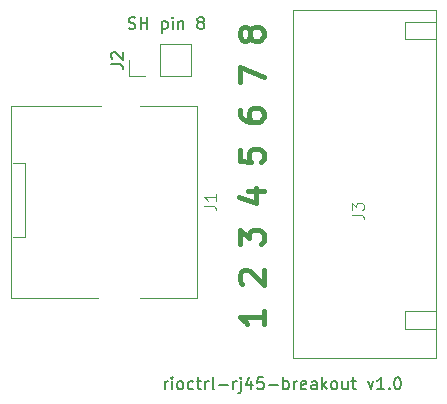
<source format=gto>
G04 #@! TF.GenerationSoftware,KiCad,Pcbnew,8.0.5*
G04 #@! TF.CreationDate,2024-09-25T12:16:00+03:00*
G04 #@! TF.ProjectId,rj45-screw-terminals,726a3435-2d73-4637-9265-772d7465726d,rev?*
G04 #@! TF.SameCoordinates,Original*
G04 #@! TF.FileFunction,Legend,Top*
G04 #@! TF.FilePolarity,Positive*
%FSLAX46Y46*%
G04 Gerber Fmt 4.6, Leading zero omitted, Abs format (unit mm)*
G04 Created by KiCad (PCBNEW 8.0.5) date 2024-09-25 12:16:00*
%MOMM*%
%LPD*%
G01*
G04 APERTURE LIST*
%ADD10C,0.200000*%
%ADD11C,0.400000*%
%ADD12C,0.100000*%
%ADD13C,0.150000*%
%ADD14C,0.120000*%
G04 APERTURE END LIST*
D10*
X76072054Y-93319600D02*
X76214911Y-93367219D01*
X76214911Y-93367219D02*
X76453006Y-93367219D01*
X76453006Y-93367219D02*
X76548244Y-93319600D01*
X76548244Y-93319600D02*
X76595863Y-93271980D01*
X76595863Y-93271980D02*
X76643482Y-93176742D01*
X76643482Y-93176742D02*
X76643482Y-93081504D01*
X76643482Y-93081504D02*
X76595863Y-92986266D01*
X76595863Y-92986266D02*
X76548244Y-92938647D01*
X76548244Y-92938647D02*
X76453006Y-92891028D01*
X76453006Y-92891028D02*
X76262530Y-92843409D01*
X76262530Y-92843409D02*
X76167292Y-92795790D01*
X76167292Y-92795790D02*
X76119673Y-92748171D01*
X76119673Y-92748171D02*
X76072054Y-92652933D01*
X76072054Y-92652933D02*
X76072054Y-92557695D01*
X76072054Y-92557695D02*
X76119673Y-92462457D01*
X76119673Y-92462457D02*
X76167292Y-92414838D01*
X76167292Y-92414838D02*
X76262530Y-92367219D01*
X76262530Y-92367219D02*
X76500625Y-92367219D01*
X76500625Y-92367219D02*
X76643482Y-92414838D01*
X77072054Y-93367219D02*
X77072054Y-92367219D01*
X77072054Y-92843409D02*
X77643482Y-92843409D01*
X77643482Y-93367219D02*
X77643482Y-92367219D01*
X78881578Y-92700552D02*
X78881578Y-93700552D01*
X78881578Y-92748171D02*
X78976816Y-92700552D01*
X78976816Y-92700552D02*
X79167292Y-92700552D01*
X79167292Y-92700552D02*
X79262530Y-92748171D01*
X79262530Y-92748171D02*
X79310149Y-92795790D01*
X79310149Y-92795790D02*
X79357768Y-92891028D01*
X79357768Y-92891028D02*
X79357768Y-93176742D01*
X79357768Y-93176742D02*
X79310149Y-93271980D01*
X79310149Y-93271980D02*
X79262530Y-93319600D01*
X79262530Y-93319600D02*
X79167292Y-93367219D01*
X79167292Y-93367219D02*
X78976816Y-93367219D01*
X78976816Y-93367219D02*
X78881578Y-93319600D01*
X79786340Y-93367219D02*
X79786340Y-92700552D01*
X79786340Y-92367219D02*
X79738721Y-92414838D01*
X79738721Y-92414838D02*
X79786340Y-92462457D01*
X79786340Y-92462457D02*
X79833959Y-92414838D01*
X79833959Y-92414838D02*
X79786340Y-92367219D01*
X79786340Y-92367219D02*
X79786340Y-92462457D01*
X80262530Y-92700552D02*
X80262530Y-93367219D01*
X80262530Y-92795790D02*
X80310149Y-92748171D01*
X80310149Y-92748171D02*
X80405387Y-92700552D01*
X80405387Y-92700552D02*
X80548244Y-92700552D01*
X80548244Y-92700552D02*
X80643482Y-92748171D01*
X80643482Y-92748171D02*
X80691101Y-92843409D01*
X80691101Y-92843409D02*
X80691101Y-93367219D01*
X82072054Y-92795790D02*
X81976816Y-92748171D01*
X81976816Y-92748171D02*
X81929197Y-92700552D01*
X81929197Y-92700552D02*
X81881578Y-92605314D01*
X81881578Y-92605314D02*
X81881578Y-92557695D01*
X81881578Y-92557695D02*
X81929197Y-92462457D01*
X81929197Y-92462457D02*
X81976816Y-92414838D01*
X81976816Y-92414838D02*
X82072054Y-92367219D01*
X82072054Y-92367219D02*
X82262530Y-92367219D01*
X82262530Y-92367219D02*
X82357768Y-92414838D01*
X82357768Y-92414838D02*
X82405387Y-92462457D01*
X82405387Y-92462457D02*
X82453006Y-92557695D01*
X82453006Y-92557695D02*
X82453006Y-92605314D01*
X82453006Y-92605314D02*
X82405387Y-92700552D01*
X82405387Y-92700552D02*
X82357768Y-92748171D01*
X82357768Y-92748171D02*
X82262530Y-92795790D01*
X82262530Y-92795790D02*
X82072054Y-92795790D01*
X82072054Y-92795790D02*
X81976816Y-92843409D01*
X81976816Y-92843409D02*
X81929197Y-92891028D01*
X81929197Y-92891028D02*
X81881578Y-92986266D01*
X81881578Y-92986266D02*
X81881578Y-93176742D01*
X81881578Y-93176742D02*
X81929197Y-93271980D01*
X81929197Y-93271980D02*
X81976816Y-93319600D01*
X81976816Y-93319600D02*
X82072054Y-93367219D01*
X82072054Y-93367219D02*
X82262530Y-93367219D01*
X82262530Y-93367219D02*
X82357768Y-93319600D01*
X82357768Y-93319600D02*
X82405387Y-93271980D01*
X82405387Y-93271980D02*
X82453006Y-93176742D01*
X82453006Y-93176742D02*
X82453006Y-92986266D01*
X82453006Y-92986266D02*
X82405387Y-92891028D01*
X82405387Y-92891028D02*
X82357768Y-92843409D01*
X82357768Y-92843409D02*
X82262530Y-92795790D01*
D11*
X87484438Y-117213033D02*
X87484438Y-118355890D01*
X87484438Y-117784462D02*
X85484438Y-117784462D01*
X85484438Y-117784462D02*
X85770152Y-117974938D01*
X85770152Y-117974938D02*
X85960628Y-118165414D01*
X85960628Y-118165414D02*
X86055866Y-118355890D01*
X85674914Y-114927318D02*
X85579676Y-114832080D01*
X85579676Y-114832080D02*
X85484438Y-114641604D01*
X85484438Y-114641604D02*
X85484438Y-114165413D01*
X85484438Y-114165413D02*
X85579676Y-113974937D01*
X85579676Y-113974937D02*
X85674914Y-113879699D01*
X85674914Y-113879699D02*
X85865390Y-113784461D01*
X85865390Y-113784461D02*
X86055866Y-113784461D01*
X86055866Y-113784461D02*
X86341580Y-113879699D01*
X86341580Y-113879699D02*
X87484438Y-115022556D01*
X87484438Y-115022556D02*
X87484438Y-113784461D01*
X85484438Y-111593984D02*
X85484438Y-110355889D01*
X85484438Y-110355889D02*
X86246342Y-111022556D01*
X86246342Y-111022556D02*
X86246342Y-110736841D01*
X86246342Y-110736841D02*
X86341580Y-110546365D01*
X86341580Y-110546365D02*
X86436819Y-110451127D01*
X86436819Y-110451127D02*
X86627295Y-110355889D01*
X86627295Y-110355889D02*
X87103485Y-110355889D01*
X87103485Y-110355889D02*
X87293961Y-110451127D01*
X87293961Y-110451127D02*
X87389200Y-110546365D01*
X87389200Y-110546365D02*
X87484438Y-110736841D01*
X87484438Y-110736841D02*
X87484438Y-111308270D01*
X87484438Y-111308270D02*
X87389200Y-111498746D01*
X87389200Y-111498746D02*
X87293961Y-111593984D01*
X86151104Y-107117793D02*
X87484438Y-107117793D01*
X85389200Y-107593984D02*
X86817771Y-108070174D01*
X86817771Y-108070174D02*
X86817771Y-106832079D01*
X85484438Y-103593983D02*
X85484438Y-104546364D01*
X85484438Y-104546364D02*
X86436819Y-104641602D01*
X86436819Y-104641602D02*
X86341580Y-104546364D01*
X86341580Y-104546364D02*
X86246342Y-104355888D01*
X86246342Y-104355888D02*
X86246342Y-103879697D01*
X86246342Y-103879697D02*
X86341580Y-103689221D01*
X86341580Y-103689221D02*
X86436819Y-103593983D01*
X86436819Y-103593983D02*
X86627295Y-103498745D01*
X86627295Y-103498745D02*
X87103485Y-103498745D01*
X87103485Y-103498745D02*
X87293961Y-103593983D01*
X87293961Y-103593983D02*
X87389200Y-103689221D01*
X87389200Y-103689221D02*
X87484438Y-103879697D01*
X87484438Y-103879697D02*
X87484438Y-104355888D01*
X87484438Y-104355888D02*
X87389200Y-104546364D01*
X87389200Y-104546364D02*
X87293961Y-104641602D01*
X85484438Y-100260649D02*
X85484438Y-100641602D01*
X85484438Y-100641602D02*
X85579676Y-100832078D01*
X85579676Y-100832078D02*
X85674914Y-100927316D01*
X85674914Y-100927316D02*
X85960628Y-101117792D01*
X85960628Y-101117792D02*
X86341580Y-101213030D01*
X86341580Y-101213030D02*
X87103485Y-101213030D01*
X87103485Y-101213030D02*
X87293961Y-101117792D01*
X87293961Y-101117792D02*
X87389200Y-101022554D01*
X87389200Y-101022554D02*
X87484438Y-100832078D01*
X87484438Y-100832078D02*
X87484438Y-100451125D01*
X87484438Y-100451125D02*
X87389200Y-100260649D01*
X87389200Y-100260649D02*
X87293961Y-100165411D01*
X87293961Y-100165411D02*
X87103485Y-100070173D01*
X87103485Y-100070173D02*
X86627295Y-100070173D01*
X86627295Y-100070173D02*
X86436819Y-100165411D01*
X86436819Y-100165411D02*
X86341580Y-100260649D01*
X86341580Y-100260649D02*
X86246342Y-100451125D01*
X86246342Y-100451125D02*
X86246342Y-100832078D01*
X86246342Y-100832078D02*
X86341580Y-101022554D01*
X86341580Y-101022554D02*
X86436819Y-101117792D01*
X86436819Y-101117792D02*
X86627295Y-101213030D01*
X85484438Y-97879696D02*
X85484438Y-96546363D01*
X85484438Y-96546363D02*
X87484438Y-97403506D01*
X86341580Y-93974934D02*
X86246342Y-94165410D01*
X86246342Y-94165410D02*
X86151104Y-94260648D01*
X86151104Y-94260648D02*
X85960628Y-94355886D01*
X85960628Y-94355886D02*
X85865390Y-94355886D01*
X85865390Y-94355886D02*
X85674914Y-94260648D01*
X85674914Y-94260648D02*
X85579676Y-94165410D01*
X85579676Y-94165410D02*
X85484438Y-93974934D01*
X85484438Y-93974934D02*
X85484438Y-93593981D01*
X85484438Y-93593981D02*
X85579676Y-93403505D01*
X85579676Y-93403505D02*
X85674914Y-93308267D01*
X85674914Y-93308267D02*
X85865390Y-93213029D01*
X85865390Y-93213029D02*
X85960628Y-93213029D01*
X85960628Y-93213029D02*
X86151104Y-93308267D01*
X86151104Y-93308267D02*
X86246342Y-93403505D01*
X86246342Y-93403505D02*
X86341580Y-93593981D01*
X86341580Y-93593981D02*
X86341580Y-93974934D01*
X86341580Y-93974934D02*
X86436819Y-94165410D01*
X86436819Y-94165410D02*
X86532057Y-94260648D01*
X86532057Y-94260648D02*
X86722533Y-94355886D01*
X86722533Y-94355886D02*
X87103485Y-94355886D01*
X87103485Y-94355886D02*
X87293961Y-94260648D01*
X87293961Y-94260648D02*
X87389200Y-94165410D01*
X87389200Y-94165410D02*
X87484438Y-93974934D01*
X87484438Y-93974934D02*
X87484438Y-93593981D01*
X87484438Y-93593981D02*
X87389200Y-93403505D01*
X87389200Y-93403505D02*
X87293961Y-93308267D01*
X87293961Y-93308267D02*
X87103485Y-93213029D01*
X87103485Y-93213029D02*
X86722533Y-93213029D01*
X86722533Y-93213029D02*
X86532057Y-93308267D01*
X86532057Y-93308267D02*
X86436819Y-93403505D01*
X86436819Y-93403505D02*
X86341580Y-93593981D01*
D10*
X79119673Y-123867219D02*
X79119673Y-123200552D01*
X79119673Y-123391028D02*
X79167292Y-123295790D01*
X79167292Y-123295790D02*
X79214911Y-123248171D01*
X79214911Y-123248171D02*
X79310149Y-123200552D01*
X79310149Y-123200552D02*
X79405387Y-123200552D01*
X79738721Y-123867219D02*
X79738721Y-123200552D01*
X79738721Y-122867219D02*
X79691102Y-122914838D01*
X79691102Y-122914838D02*
X79738721Y-122962457D01*
X79738721Y-122962457D02*
X79786340Y-122914838D01*
X79786340Y-122914838D02*
X79738721Y-122867219D01*
X79738721Y-122867219D02*
X79738721Y-122962457D01*
X80357768Y-123867219D02*
X80262530Y-123819600D01*
X80262530Y-123819600D02*
X80214911Y-123771980D01*
X80214911Y-123771980D02*
X80167292Y-123676742D01*
X80167292Y-123676742D02*
X80167292Y-123391028D01*
X80167292Y-123391028D02*
X80214911Y-123295790D01*
X80214911Y-123295790D02*
X80262530Y-123248171D01*
X80262530Y-123248171D02*
X80357768Y-123200552D01*
X80357768Y-123200552D02*
X80500625Y-123200552D01*
X80500625Y-123200552D02*
X80595863Y-123248171D01*
X80595863Y-123248171D02*
X80643482Y-123295790D01*
X80643482Y-123295790D02*
X80691101Y-123391028D01*
X80691101Y-123391028D02*
X80691101Y-123676742D01*
X80691101Y-123676742D02*
X80643482Y-123771980D01*
X80643482Y-123771980D02*
X80595863Y-123819600D01*
X80595863Y-123819600D02*
X80500625Y-123867219D01*
X80500625Y-123867219D02*
X80357768Y-123867219D01*
X81548244Y-123819600D02*
X81453006Y-123867219D01*
X81453006Y-123867219D02*
X81262530Y-123867219D01*
X81262530Y-123867219D02*
X81167292Y-123819600D01*
X81167292Y-123819600D02*
X81119673Y-123771980D01*
X81119673Y-123771980D02*
X81072054Y-123676742D01*
X81072054Y-123676742D02*
X81072054Y-123391028D01*
X81072054Y-123391028D02*
X81119673Y-123295790D01*
X81119673Y-123295790D02*
X81167292Y-123248171D01*
X81167292Y-123248171D02*
X81262530Y-123200552D01*
X81262530Y-123200552D02*
X81453006Y-123200552D01*
X81453006Y-123200552D02*
X81548244Y-123248171D01*
X81833959Y-123200552D02*
X82214911Y-123200552D01*
X81976816Y-122867219D02*
X81976816Y-123724361D01*
X81976816Y-123724361D02*
X82024435Y-123819600D01*
X82024435Y-123819600D02*
X82119673Y-123867219D01*
X82119673Y-123867219D02*
X82214911Y-123867219D01*
X82548245Y-123867219D02*
X82548245Y-123200552D01*
X82548245Y-123391028D02*
X82595864Y-123295790D01*
X82595864Y-123295790D02*
X82643483Y-123248171D01*
X82643483Y-123248171D02*
X82738721Y-123200552D01*
X82738721Y-123200552D02*
X82833959Y-123200552D01*
X83310150Y-123867219D02*
X83214912Y-123819600D01*
X83214912Y-123819600D02*
X83167293Y-123724361D01*
X83167293Y-123724361D02*
X83167293Y-122867219D01*
X83691103Y-123486266D02*
X84453008Y-123486266D01*
X84929198Y-123867219D02*
X84929198Y-123200552D01*
X84929198Y-123391028D02*
X84976817Y-123295790D01*
X84976817Y-123295790D02*
X85024436Y-123248171D01*
X85024436Y-123248171D02*
X85119674Y-123200552D01*
X85119674Y-123200552D02*
X85214912Y-123200552D01*
X85548246Y-123200552D02*
X85548246Y-124057695D01*
X85548246Y-124057695D02*
X85500627Y-124152933D01*
X85500627Y-124152933D02*
X85405389Y-124200552D01*
X85405389Y-124200552D02*
X85357770Y-124200552D01*
X85548246Y-122867219D02*
X85500627Y-122914838D01*
X85500627Y-122914838D02*
X85548246Y-122962457D01*
X85548246Y-122962457D02*
X85595865Y-122914838D01*
X85595865Y-122914838D02*
X85548246Y-122867219D01*
X85548246Y-122867219D02*
X85548246Y-122962457D01*
X86453007Y-123200552D02*
X86453007Y-123867219D01*
X86214912Y-122819600D02*
X85976817Y-123533885D01*
X85976817Y-123533885D02*
X86595864Y-123533885D01*
X87453007Y-122867219D02*
X86976817Y-122867219D01*
X86976817Y-122867219D02*
X86929198Y-123343409D01*
X86929198Y-123343409D02*
X86976817Y-123295790D01*
X86976817Y-123295790D02*
X87072055Y-123248171D01*
X87072055Y-123248171D02*
X87310150Y-123248171D01*
X87310150Y-123248171D02*
X87405388Y-123295790D01*
X87405388Y-123295790D02*
X87453007Y-123343409D01*
X87453007Y-123343409D02*
X87500626Y-123438647D01*
X87500626Y-123438647D02*
X87500626Y-123676742D01*
X87500626Y-123676742D02*
X87453007Y-123771980D01*
X87453007Y-123771980D02*
X87405388Y-123819600D01*
X87405388Y-123819600D02*
X87310150Y-123867219D01*
X87310150Y-123867219D02*
X87072055Y-123867219D01*
X87072055Y-123867219D02*
X86976817Y-123819600D01*
X86976817Y-123819600D02*
X86929198Y-123771980D01*
X87929198Y-123486266D02*
X88691103Y-123486266D01*
X89167293Y-123867219D02*
X89167293Y-122867219D01*
X89167293Y-123248171D02*
X89262531Y-123200552D01*
X89262531Y-123200552D02*
X89453007Y-123200552D01*
X89453007Y-123200552D02*
X89548245Y-123248171D01*
X89548245Y-123248171D02*
X89595864Y-123295790D01*
X89595864Y-123295790D02*
X89643483Y-123391028D01*
X89643483Y-123391028D02*
X89643483Y-123676742D01*
X89643483Y-123676742D02*
X89595864Y-123771980D01*
X89595864Y-123771980D02*
X89548245Y-123819600D01*
X89548245Y-123819600D02*
X89453007Y-123867219D01*
X89453007Y-123867219D02*
X89262531Y-123867219D01*
X89262531Y-123867219D02*
X89167293Y-123819600D01*
X90072055Y-123867219D02*
X90072055Y-123200552D01*
X90072055Y-123391028D02*
X90119674Y-123295790D01*
X90119674Y-123295790D02*
X90167293Y-123248171D01*
X90167293Y-123248171D02*
X90262531Y-123200552D01*
X90262531Y-123200552D02*
X90357769Y-123200552D01*
X91072055Y-123819600D02*
X90976817Y-123867219D01*
X90976817Y-123867219D02*
X90786341Y-123867219D01*
X90786341Y-123867219D02*
X90691103Y-123819600D01*
X90691103Y-123819600D02*
X90643484Y-123724361D01*
X90643484Y-123724361D02*
X90643484Y-123343409D01*
X90643484Y-123343409D02*
X90691103Y-123248171D01*
X90691103Y-123248171D02*
X90786341Y-123200552D01*
X90786341Y-123200552D02*
X90976817Y-123200552D01*
X90976817Y-123200552D02*
X91072055Y-123248171D01*
X91072055Y-123248171D02*
X91119674Y-123343409D01*
X91119674Y-123343409D02*
X91119674Y-123438647D01*
X91119674Y-123438647D02*
X90643484Y-123533885D01*
X91976817Y-123867219D02*
X91976817Y-123343409D01*
X91976817Y-123343409D02*
X91929198Y-123248171D01*
X91929198Y-123248171D02*
X91833960Y-123200552D01*
X91833960Y-123200552D02*
X91643484Y-123200552D01*
X91643484Y-123200552D02*
X91548246Y-123248171D01*
X91976817Y-123819600D02*
X91881579Y-123867219D01*
X91881579Y-123867219D02*
X91643484Y-123867219D01*
X91643484Y-123867219D02*
X91548246Y-123819600D01*
X91548246Y-123819600D02*
X91500627Y-123724361D01*
X91500627Y-123724361D02*
X91500627Y-123629123D01*
X91500627Y-123629123D02*
X91548246Y-123533885D01*
X91548246Y-123533885D02*
X91643484Y-123486266D01*
X91643484Y-123486266D02*
X91881579Y-123486266D01*
X91881579Y-123486266D02*
X91976817Y-123438647D01*
X92453008Y-123867219D02*
X92453008Y-122867219D01*
X92548246Y-123486266D02*
X92833960Y-123867219D01*
X92833960Y-123200552D02*
X92453008Y-123581504D01*
X93405389Y-123867219D02*
X93310151Y-123819600D01*
X93310151Y-123819600D02*
X93262532Y-123771980D01*
X93262532Y-123771980D02*
X93214913Y-123676742D01*
X93214913Y-123676742D02*
X93214913Y-123391028D01*
X93214913Y-123391028D02*
X93262532Y-123295790D01*
X93262532Y-123295790D02*
X93310151Y-123248171D01*
X93310151Y-123248171D02*
X93405389Y-123200552D01*
X93405389Y-123200552D02*
X93548246Y-123200552D01*
X93548246Y-123200552D02*
X93643484Y-123248171D01*
X93643484Y-123248171D02*
X93691103Y-123295790D01*
X93691103Y-123295790D02*
X93738722Y-123391028D01*
X93738722Y-123391028D02*
X93738722Y-123676742D01*
X93738722Y-123676742D02*
X93691103Y-123771980D01*
X93691103Y-123771980D02*
X93643484Y-123819600D01*
X93643484Y-123819600D02*
X93548246Y-123867219D01*
X93548246Y-123867219D02*
X93405389Y-123867219D01*
X94595865Y-123200552D02*
X94595865Y-123867219D01*
X94167294Y-123200552D02*
X94167294Y-123724361D01*
X94167294Y-123724361D02*
X94214913Y-123819600D01*
X94214913Y-123819600D02*
X94310151Y-123867219D01*
X94310151Y-123867219D02*
X94453008Y-123867219D01*
X94453008Y-123867219D02*
X94548246Y-123819600D01*
X94548246Y-123819600D02*
X94595865Y-123771980D01*
X94929199Y-123200552D02*
X95310151Y-123200552D01*
X95072056Y-122867219D02*
X95072056Y-123724361D01*
X95072056Y-123724361D02*
X95119675Y-123819600D01*
X95119675Y-123819600D02*
X95214913Y-123867219D01*
X95214913Y-123867219D02*
X95310151Y-123867219D01*
X96310152Y-123200552D02*
X96548247Y-123867219D01*
X96548247Y-123867219D02*
X96786342Y-123200552D01*
X97691104Y-123867219D02*
X97119676Y-123867219D01*
X97405390Y-123867219D02*
X97405390Y-122867219D01*
X97405390Y-122867219D02*
X97310152Y-123010076D01*
X97310152Y-123010076D02*
X97214914Y-123105314D01*
X97214914Y-123105314D02*
X97119676Y-123152933D01*
X98119676Y-123771980D02*
X98167295Y-123819600D01*
X98167295Y-123819600D02*
X98119676Y-123867219D01*
X98119676Y-123867219D02*
X98072057Y-123819600D01*
X98072057Y-123819600D02*
X98119676Y-123771980D01*
X98119676Y-123771980D02*
X98119676Y-123867219D01*
X98786342Y-122867219D02*
X98881580Y-122867219D01*
X98881580Y-122867219D02*
X98976818Y-122914838D01*
X98976818Y-122914838D02*
X99024437Y-122962457D01*
X99024437Y-122962457D02*
X99072056Y-123057695D01*
X99072056Y-123057695D02*
X99119675Y-123248171D01*
X99119675Y-123248171D02*
X99119675Y-123486266D01*
X99119675Y-123486266D02*
X99072056Y-123676742D01*
X99072056Y-123676742D02*
X99024437Y-123771980D01*
X99024437Y-123771980D02*
X98976818Y-123819600D01*
X98976818Y-123819600D02*
X98881580Y-123867219D01*
X98881580Y-123867219D02*
X98786342Y-123867219D01*
X98786342Y-123867219D02*
X98691104Y-123819600D01*
X98691104Y-123819600D02*
X98643485Y-123771980D01*
X98643485Y-123771980D02*
X98595866Y-123676742D01*
X98595866Y-123676742D02*
X98548247Y-123486266D01*
X98548247Y-123486266D02*
X98548247Y-123248171D01*
X98548247Y-123248171D02*
X98595866Y-123057695D01*
X98595866Y-123057695D02*
X98643485Y-122962457D01*
X98643485Y-122962457D02*
X98691104Y-122914838D01*
X98691104Y-122914838D02*
X98786342Y-122867219D01*
D12*
X82457419Y-108333333D02*
X83171704Y-108333333D01*
X83171704Y-108333333D02*
X83314561Y-108380952D01*
X83314561Y-108380952D02*
X83409800Y-108476190D01*
X83409800Y-108476190D02*
X83457419Y-108619047D01*
X83457419Y-108619047D02*
X83457419Y-108714285D01*
X83457419Y-107333333D02*
X83457419Y-107904761D01*
X83457419Y-107619047D02*
X82457419Y-107619047D01*
X82457419Y-107619047D02*
X82600276Y-107714285D01*
X82600276Y-107714285D02*
X82695514Y-107809523D01*
X82695514Y-107809523D02*
X82743133Y-107904761D01*
D13*
X74584819Y-96333333D02*
X75299104Y-96333333D01*
X75299104Y-96333333D02*
X75441961Y-96380952D01*
X75441961Y-96380952D02*
X75537200Y-96476190D01*
X75537200Y-96476190D02*
X75584819Y-96619047D01*
X75584819Y-96619047D02*
X75584819Y-96714285D01*
X74680057Y-95904761D02*
X74632438Y-95857142D01*
X74632438Y-95857142D02*
X74584819Y-95761904D01*
X74584819Y-95761904D02*
X74584819Y-95523809D01*
X74584819Y-95523809D02*
X74632438Y-95428571D01*
X74632438Y-95428571D02*
X74680057Y-95380952D01*
X74680057Y-95380952D02*
X74775295Y-95333333D01*
X74775295Y-95333333D02*
X74870533Y-95333333D01*
X74870533Y-95333333D02*
X75013390Y-95380952D01*
X75013390Y-95380952D02*
X75584819Y-95952380D01*
X75584819Y-95952380D02*
X75584819Y-95333333D01*
D12*
X94957419Y-109083333D02*
X95671704Y-109083333D01*
X95671704Y-109083333D02*
X95814561Y-109130952D01*
X95814561Y-109130952D02*
X95909800Y-109226190D01*
X95909800Y-109226190D02*
X95957419Y-109369047D01*
X95957419Y-109369047D02*
X95957419Y-109464285D01*
X94957419Y-108702380D02*
X94957419Y-108083333D01*
X94957419Y-108083333D02*
X95338371Y-108416666D01*
X95338371Y-108416666D02*
X95338371Y-108273809D01*
X95338371Y-108273809D02*
X95385990Y-108178571D01*
X95385990Y-108178571D02*
X95433609Y-108130952D01*
X95433609Y-108130952D02*
X95528847Y-108083333D01*
X95528847Y-108083333D02*
X95766942Y-108083333D01*
X95766942Y-108083333D02*
X95862180Y-108130952D01*
X95862180Y-108130952D02*
X95909800Y-108178571D01*
X95909800Y-108178571D02*
X95957419Y-108273809D01*
X95957419Y-108273809D02*
X95957419Y-108559523D01*
X95957419Y-108559523D02*
X95909800Y-108654761D01*
X95909800Y-108654761D02*
X95862180Y-108702380D01*
G04 #@! TO.C,J1*
X66125000Y-99875000D02*
X73746000Y-99872000D01*
X66125000Y-116125000D02*
X66125000Y-99875000D01*
X66250000Y-104750000D02*
X67250000Y-104750000D01*
X67250000Y-104750000D02*
X67250000Y-111000000D01*
X67250000Y-111000000D02*
X66250000Y-111000000D01*
X73492000Y-116128000D02*
X66125000Y-116125000D01*
X81875000Y-99875000D02*
X77048000Y-99872000D01*
X81875000Y-99875000D02*
X81875000Y-116125000D01*
X81875000Y-116125000D02*
X77048000Y-116128000D01*
D14*
G04 #@! TO.C,J2*
X76130000Y-97330000D02*
X76130000Y-96000000D01*
X77460000Y-97330000D02*
X76130000Y-97330000D01*
X78730000Y-94670000D02*
X81330000Y-94670000D01*
X78730000Y-97330000D02*
X78730000Y-94670000D01*
X78730000Y-97330000D02*
X81330000Y-97330000D01*
X81330000Y-97330000D02*
X81330000Y-94670000D01*
D12*
G04 #@! TO.C,J3*
X99500000Y-92750000D02*
X102000000Y-92750000D01*
X99500000Y-94250000D02*
X99500000Y-92750000D01*
X99500000Y-117250000D02*
X102000000Y-117250000D01*
X99500000Y-118750000D02*
X99500000Y-117250000D01*
X102000000Y-94250000D02*
X99500000Y-94250000D01*
X102000000Y-118750000D02*
X99500000Y-118750000D01*
X90000000Y-121250000D02*
X102100000Y-121250000D01*
X102100000Y-91750000D01*
X90000000Y-91750000D01*
X90000000Y-121250000D01*
G04 #@! TD*
M02*

</source>
